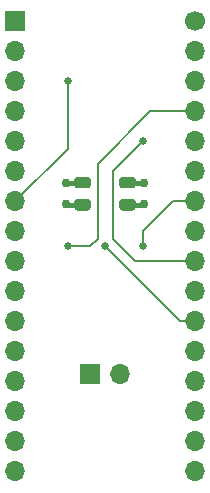
<source format=gbl>
G04 #@! TF.GenerationSoftware,KiCad,Pcbnew,5.1.7-a382d34a8~87~ubuntu18.04.1*
G04 #@! TF.CreationDate,2020-10-26T15:35:19+00:00*
G04 #@! TF.ProjectId,ram_adapter_4l,72616d5f-6164-4617-9074-65725f346c2e,rev?*
G04 #@! TF.SameCoordinates,Original*
G04 #@! TF.FileFunction,Copper,L4,Bot*
G04 #@! TF.FilePolarity,Positive*
%FSLAX46Y46*%
G04 Gerber Fmt 4.6, Leading zero omitted, Abs format (unit mm)*
G04 Created by KiCad (PCBNEW 5.1.7-a382d34a8~87~ubuntu18.04.1) date 2020-10-26 15:35:19*
%MOMM*%
%LPD*%
G01*
G04 APERTURE LIST*
G04 #@! TA.AperFunction,ComponentPad*
%ADD10O,1.700000X1.700000*%
G04 #@! TD*
G04 #@! TA.AperFunction,ComponentPad*
%ADD11R,1.700000X1.700000*%
G04 #@! TD*
G04 #@! TA.AperFunction,ComponentPad*
%ADD12C,1.700000*%
G04 #@! TD*
G04 #@! TA.AperFunction,ViaPad*
%ADD13C,0.762000*%
G04 #@! TD*
G04 #@! TA.AperFunction,ViaPad*
%ADD14C,0.660400*%
G04 #@! TD*
G04 #@! TA.AperFunction,Conductor*
%ADD15C,0.406400*%
G04 #@! TD*
G04 #@! TA.AperFunction,Conductor*
%ADD16C,0.203200*%
G04 #@! TD*
G04 APERTURE END LIST*
D10*
X97790000Y-95885000D03*
D11*
X95250000Y-95885000D03*
D10*
X104140000Y-104140000D03*
X104140000Y-101600000D03*
X104140000Y-99060000D03*
X104140000Y-96520000D03*
X104140000Y-93980000D03*
X104140000Y-91440000D03*
X104140000Y-88900000D03*
X104140000Y-86360000D03*
X104140000Y-83820000D03*
X104140000Y-81280000D03*
X104140000Y-78740000D03*
X104140000Y-76200000D03*
X104140000Y-73660000D03*
X104140000Y-71120000D03*
X104140000Y-68580000D03*
D12*
X104140000Y-66040000D03*
D10*
X88900000Y-104140000D03*
X88900000Y-101600000D03*
X88900000Y-99060000D03*
X88900000Y-96520000D03*
X88900000Y-93980000D03*
X88900000Y-91440000D03*
X88900000Y-88900000D03*
X88900000Y-86360000D03*
X88900000Y-83820000D03*
X88900000Y-81280000D03*
X88900000Y-78740000D03*
X88900000Y-76200000D03*
X88900000Y-73660000D03*
X88900000Y-71120000D03*
X88900000Y-68580000D03*
D11*
X88900000Y-66040000D03*
G04 #@! TA.AperFunction,SMDPad,CuDef*
G36*
G01*
X98881250Y-80195000D02*
X97968750Y-80195000D01*
G75*
G02*
X97725000Y-79951250I0J243750D01*
G01*
X97725000Y-79463750D01*
G75*
G02*
X97968750Y-79220000I243750J0D01*
G01*
X98881250Y-79220000D01*
G75*
G02*
X99125000Y-79463750I0J-243750D01*
G01*
X99125000Y-79951250D01*
G75*
G02*
X98881250Y-80195000I-243750J0D01*
G01*
G37*
G04 #@! TD.AperFunction*
G04 #@! TA.AperFunction,SMDPad,CuDef*
G36*
G01*
X98881250Y-82070000D02*
X97968750Y-82070000D01*
G75*
G02*
X97725000Y-81826250I0J243750D01*
G01*
X97725000Y-81338750D01*
G75*
G02*
X97968750Y-81095000I243750J0D01*
G01*
X98881250Y-81095000D01*
G75*
G02*
X99125000Y-81338750I0J-243750D01*
G01*
X99125000Y-81826250D01*
G75*
G02*
X98881250Y-82070000I-243750J0D01*
G01*
G37*
G04 #@! TD.AperFunction*
G04 #@! TA.AperFunction,SMDPad,CuDef*
G36*
G01*
X94158750Y-81095000D02*
X95071250Y-81095000D01*
G75*
G02*
X95315000Y-81338750I0J-243750D01*
G01*
X95315000Y-81826250D01*
G75*
G02*
X95071250Y-82070000I-243750J0D01*
G01*
X94158750Y-82070000D01*
G75*
G02*
X93915000Y-81826250I0J243750D01*
G01*
X93915000Y-81338750D01*
G75*
G02*
X94158750Y-81095000I243750J0D01*
G01*
G37*
G04 #@! TD.AperFunction*
G04 #@! TA.AperFunction,SMDPad,CuDef*
G36*
G01*
X94158750Y-79220000D02*
X95071250Y-79220000D01*
G75*
G02*
X95315000Y-79463750I0J-243750D01*
G01*
X95315000Y-79951250D01*
G75*
G02*
X95071250Y-80195000I-243750J0D01*
G01*
X94158750Y-80195000D01*
G75*
G02*
X93915000Y-79951250I0J243750D01*
G01*
X93915000Y-79463750D01*
G75*
G02*
X94158750Y-79220000I243750J0D01*
G01*
G37*
G04 #@! TD.AperFunction*
D13*
X93218000Y-81534000D03*
X99822000Y-79756000D03*
X93218000Y-79756000D03*
X99822000Y-81534000D03*
D14*
X93345000Y-71120000D03*
X96520000Y-85090000D03*
X99695000Y-76200000D03*
X99695000Y-85090000D03*
X93345000Y-85090000D03*
D15*
X93266500Y-81582500D02*
X94615000Y-81582500D01*
X93218000Y-81534000D02*
X93266500Y-81582500D01*
X99773500Y-79707500D02*
X98425000Y-79707500D01*
X99822000Y-79756000D02*
X99773500Y-79707500D01*
X93266500Y-79707500D02*
X94615000Y-79707500D01*
X93218000Y-79756000D02*
X93266500Y-79707500D01*
X99773500Y-81582500D02*
X98425000Y-81582500D01*
X99822000Y-81534000D02*
X99773500Y-81582500D01*
D16*
X93345000Y-76835000D02*
X88900000Y-81280000D01*
X93345000Y-71120000D02*
X93345000Y-76835000D01*
X102870000Y-91440000D02*
X104140000Y-91440000D01*
X96520000Y-85090000D02*
X102870000Y-91440000D01*
X99060000Y-86360000D02*
X104140000Y-86360000D01*
X99695000Y-76200000D02*
X97155000Y-78740000D01*
X97155000Y-78740000D02*
X97155000Y-84455000D01*
X97155000Y-84455000D02*
X99060000Y-86360000D01*
X99695000Y-85090000D02*
X99695000Y-83820000D01*
X102235000Y-81280000D02*
X104140000Y-81280000D01*
X99695000Y-83820000D02*
X102235000Y-81280000D01*
X95885000Y-78105000D02*
X100330000Y-73660000D01*
X100330000Y-73660000D02*
X104140000Y-73660000D01*
X93345000Y-85090000D02*
X95250000Y-85090000D01*
X95885000Y-84455000D02*
X95885000Y-78105000D01*
X95250000Y-85090000D02*
X95885000Y-84455000D01*
M02*

</source>
